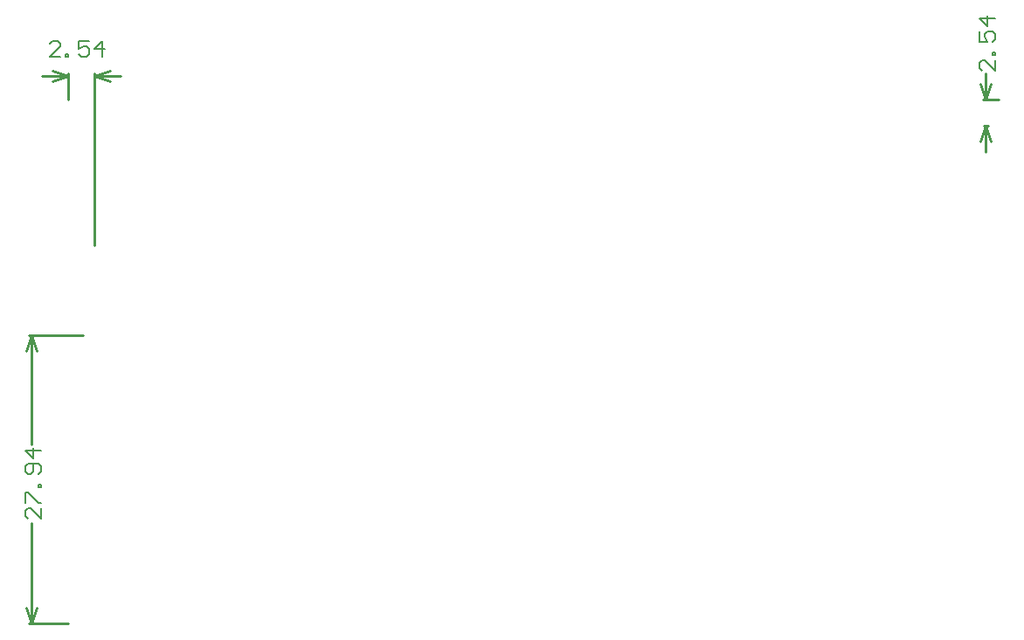
<source format=gm1>
G04*
G04 #@! TF.GenerationSoftware,Altium Limited,Altium Designer,21.8.1 (53)*
G04*
G04 Layer_Color=16711935*
%FSLAX44Y44*%
%MOMM*%
G71*
G04*
G04 #@! TF.SameCoordinates,18E747F8-F2A1-401C-BF7A-ED7554101EA9*
G04*
G04*
G04 #@! TF.FilePolarity,Positive*
G04*
G01*
G75*
%ADD12C,0.2540*%
%ADD58C,0.1524*%
D12*
X-15240Y525780D02*
X0Y530860D01*
X-15240Y535940D02*
X0Y530860D01*
X25400D02*
X40640Y535940D01*
X25400Y530860D02*
X40640Y525780D01*
X-25400Y530860D02*
X0D01*
X25400D02*
X50800D01*
X25400Y366656D02*
Y533400D01*
X0Y508000D02*
Y533400D01*
X883920Y523240D02*
X889000Y508000D01*
X894080Y523240D01*
X889000Y482600D02*
X894080Y467360D01*
X883920D02*
X889000Y482600D01*
Y508000D02*
Y533400D01*
Y457200D02*
Y482600D01*
X887356D02*
X891540D01*
X886460Y508000D02*
X901700D01*
X-35560Y279400D02*
X-30480Y264160D01*
X-40640D02*
X-35560Y279400D01*
X-40640Y15240D02*
X-35560Y0D01*
X-30480Y15240D01*
X-35560Y173979D02*
Y279400D01*
Y0D02*
Y97293D01*
X-38100Y279400D02*
X14344D01*
X-38100Y0D02*
X0D01*
D58*
X-7869Y549143D02*
X-18025D01*
X-7869Y559300D01*
Y561839D01*
X-10408Y564378D01*
X-15486D01*
X-18025Y561839D01*
X-2790Y549143D02*
Y551682D01*
X-251D01*
Y549143D01*
X-2790D01*
X20062Y564378D02*
X9906D01*
Y556761D01*
X14984Y559300D01*
X17523D01*
X20062Y556761D01*
Y551682D01*
X17523Y549143D01*
X12445D01*
X9906Y551682D01*
X32758Y549143D02*
Y564378D01*
X25141Y556761D01*
X35297D01*
X898141Y546097D02*
Y535940D01*
X887985Y546097D01*
X885446D01*
X882906Y543558D01*
Y538479D01*
X885446Y535940D01*
X898141Y551175D02*
X895602D01*
Y553714D01*
X898141D01*
Y551175D01*
X882906Y574028D02*
Y563871D01*
X890524D01*
X887985Y568949D01*
Y571488D01*
X890524Y574028D01*
X895602D01*
X898141Y571488D01*
Y566410D01*
X895602Y563871D01*
X898141Y586724D02*
X882906D01*
X890524Y579106D01*
Y589263D01*
X-26418Y111514D02*
Y101357D01*
X-36575Y111514D01*
X-39114D01*
X-41653Y108975D01*
Y103896D01*
X-39114Y101357D01*
X-41653Y116592D02*
Y126749D01*
X-39114D01*
X-28958Y116592D01*
X-26418D01*
Y131827D02*
X-28958D01*
Y134366D01*
X-26418D01*
Y131827D01*
X-28958Y144523D02*
X-26418Y147062D01*
Y152141D01*
X-28958Y154680D01*
X-39114D01*
X-41653Y152141D01*
Y147062D01*
X-39114Y144523D01*
X-36575D01*
X-34036Y147062D01*
Y154680D01*
X-26418Y167376D02*
X-41653D01*
X-34036Y159758D01*
Y169915D01*
M02*

</source>
